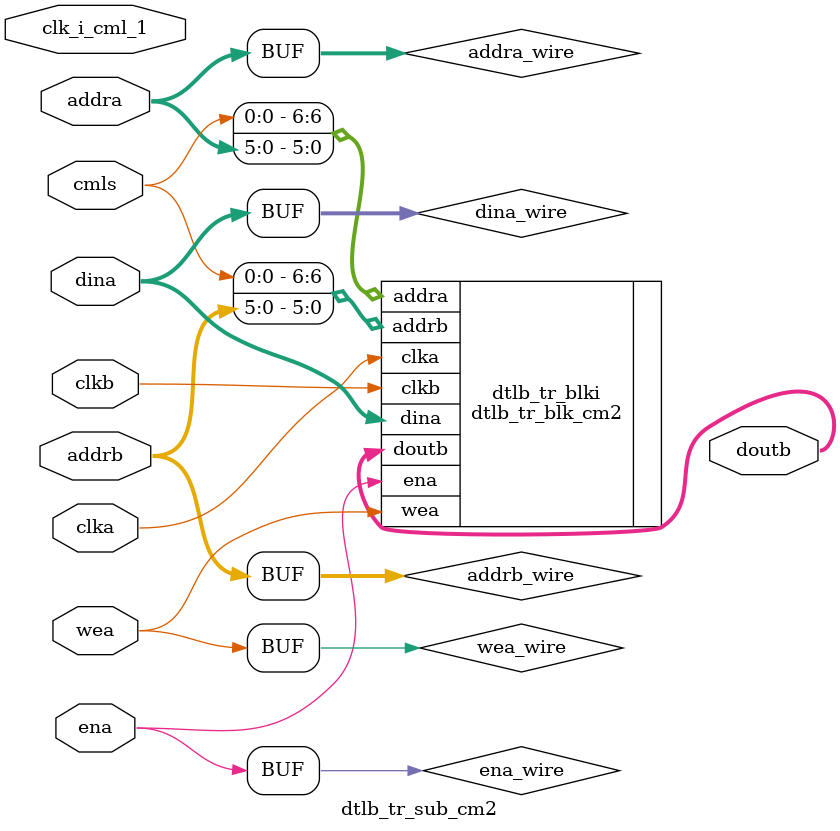
<source format=v>

/*******************************************************************************
*     This file is owned and controlled by Xilinx and must be used             *
*     solely for design, simulation, implementation and creation of            *
*     design files limited to Xilinx devices or technologies. Use              *
*     with non-Xilinx devices or technologies is expressly prohibited          *
*     and immediately terminates your license.                                 *
*                                                                              *
*     XILINX IS PROVIDING THIS DESIGN, CODE, OR INFORMATION "AS IS"            *
*     SOLELY FOR USE IN DEVELOPING PROGRAMS AND SOLUTIONS FOR                  *
*     XILINX DEVICES.  BY PROVIDING THIS DESIGN, CODE, OR INFORMATION          *
*     AS ONE POSSIBLE IMPLEMENTATION OF THIS FEATURE, APPLICATION              *
*     OR STANDARD, XILINX IS MAKING NO REPRESENTATION THAT THIS                *
*     IMPLEMENTATION IS FREE FROM ANY CLAIMS OF INFRINGEMENT,                  *
*     AND YOU ARE RESPONSIBLE FOR OBTAINING ANY RIGHTS YOU MAY REQUIRE         *
*     FOR YOUR IMPLEMENTATION.  XILINX EXPRESSLY DISCLAIMS ANY                 *
*     WARRANTY WHATSOEVER WITH RESPECT TO THE ADEQUACY OF THE                  *
*     IMPLEMENTATION, INCLUDING BUT NOT LIMITED TO ANY WARRANTIES OR           *
*     REPRESENTATIONS THAT THIS IMPLEMENTATION IS FREE FROM CLAIMS OF          *
*     INFRINGEMENT, IMPLIED WARRANTIES OF MERCHANTABILITY AND FITNESS          *
*     FOR A PARTICULAR PURPOSE.                                                *
*                                                                              *
*     Xilinx products are not intended for use in life support                 *
*     appliances, devices, or systems. Use in such applications are            *
*     expressly prohibited.                                                    *
*                                                                              *
*     (c) Copyright 1995-2009 Xilinx, Inc.                                     *
*     All rights reserved.                                                     *
*******************************************************************************/
// The synthesis directives "translate_off/translate_on" specified below are
// supported by Xilinx, Mentor Graphics and Synplicity synthesis
// tools. Ensure they are correct for your synthesis tool(s).

// You must compile the wrapper file dtlb_tr_blk.v when simulating
// the core, dtlb_tr_blk. When compiling the wrapper file, be sure to
// reference the XilinxCoreLib Verilog simulation library. For detailed
// instructions, please refer to the "CORE Generator Help".

`timescale 1ns/1ps

module dtlb_tr_sub_cm2(
		clk_i_cml_1,
		cmls,
		
	clka,
	ena,
	wea,
	addra,
	dina,
	clkb,
	addrb,
	doutb);


input clk_i_cml_1;
input cmls;




input clka;
input ena;
input [0 : 0] wea;
input [5 : 0] addra;
input [23 : 0] dina;
input clkb;
input [5 : 0] addrb;
output [23 : 0] doutb;

wire ena_wire;
wire [0 : 0] wea_wire;
wire [5 : 0] addra_wire;
wire [23 : 0] dina_wire;
wire [5 : 0] addrb_wire;

assign ena_wire = ena;
assign wea_wire = wea;
assign addra_wire = addra;
assign dina_wire = dina;
assign addrb_wire = addrb;

dtlb_tr_blk_cm2 dtlb_tr_blki(
	.clka(clka),
	.ena(ena_wire),
	.wea(wea_wire),
	.addra({cmls, addra_wire}),
	.dina(dina_wire),
	.clkb(clkb),
	.addrb({cmls, addrb_wire}),
	.doutb(doutb));

endmodule



</source>
